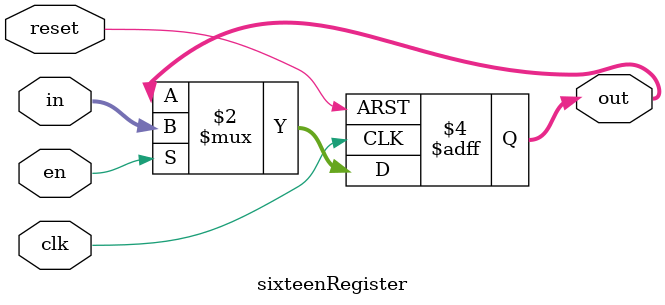
<source format=sv>
`timescale 1ns / 1ps


module sixteenRegister(
    input logic clk,
    input logic reset,
    input logic en,
    input logic[15:0] in,
    output logic[15:0] out
    );

always@(posedge clk, posedge reset)
    if (reset) out <= 16'b0;
    else if (en) out <= in;
endmodule

</source>
